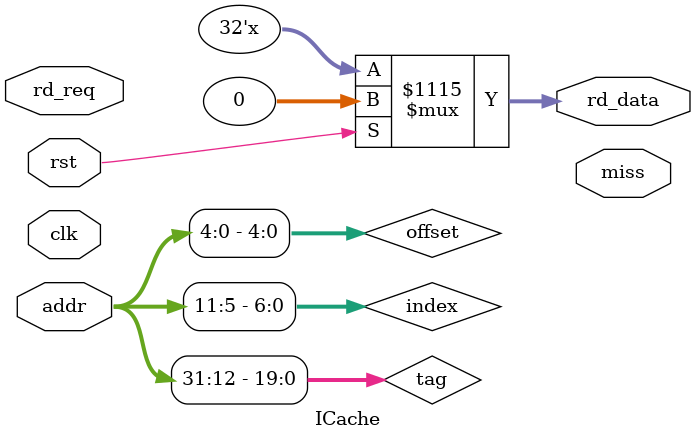
<source format=sv>
`timescale 1ns / 1ps


module ICache #(
    parameter  OFFSET_LEN    = 5,
    parameter  INDEX_LEN = 7,
    parameter  TAG_LEN  = 20,
    parameter  WAY_CNT  = 2
)(
    input  clk, rst,
    output miss,               // 对CPU发出的miss信号
    input  [31:0] addr,        // 读写请求地址
    input  rd_req,             // 读请求信号
    output reg [31:0] rd_data // 读出的数据，一次读一个word
);
wire [31:0] ins [OFFSET_LEN-2];

wire [TAG_LEN-1   : 0] tag;
assign tag=addr[31:12];
wire [INDEX_LEN-1 : 0] index;
assign index=addr[11:5];
wire [TAG_LEN-1   : 0] cache_tag[WAY_CNT];
wire [WAY_CNT-1:0] valid;
wire [31:0] cache_mem [WAY_CNT][1<<(OFFSET_LEN-2)];
wire [4:0] offset;
assign offset=addr[4:0];
reg weW[WAY_CNT];
reg [7:0] weB[WAY_CNT];
TAG_V_RAM TAG_V_RAM_Way0(.a(index),.d({tag,1}),.clk(clk),.we(weW[0]),.spo({cache_tag[0],valid[0]}));
TAG_V_RAM TAG_V_RAM_Way1(.a(index),.d({tag,1}),.clk(clk),.we(weW[1]),.spo({cache_tag[1],valid[1]}));
data_bank Way0_bank0    (.a(index),.d(ins[0]),.clk(clk),.we(weB[0][0]),.spo(cache_mem[0][0]));
data_bank Way0_bank1    (.a(index),.d(ins[1]),.clk(clk),.we(weB[0][1]),.spo(cache_mem[0][1]));
data_bank Way0_bank2    (.a(index),.d(ins[2]),.clk(clk),.we(weB[0][2]),.spo(cache_mem[0][2]));
data_bank Way0_bank3    (.a(index),.d(ins[3]),.clk(clk),.we(weB[0][3]),.spo(cache_mem[0][3]));
data_bank Way0_bank4    (.a(index),.d(ins[4]),.clk(clk),.we(weB[0][4]),.spo(cache_mem[0][4]));
data_bank Way0_bank5    (.a(index),.d(ins[5]),.clk(clk),.we(weB[0][5]),.spo(cache_mem[0][5]));
data_bank Way0_bank6    (.a(index),.d(ins[6]),.clk(clk),.we(weB[0][6]),.spo(cache_mem[0][6]));
data_bank Way0_bank7    (.a(index),.d(ins[7]),.clk(clk),.we(weB[0][7]),.spo(cache_mem[0][7]));
data_bank Way1_bank0    (.a(index),.d(ins[0]),.clk(clk),.we(weB[1][0]),.spo(cache_mem[1][0]));
data_bank Way1_bank1    (.a(index),.d(ins[1]),.clk(clk),.we(weB[1][1]),.spo(cache_mem[1][1]));
data_bank Way1_bank2    (.a(index),.d(ins[2]),.clk(clk),.we(weB[1][2]),.spo(cache_mem[1][2]));
data_bank Way1_bank3    (.a(index),.d(ins[3]),.clk(clk),.we(weB[1][3]),.spo(cache_mem[1][3]));
data_bank Way1_bank4    (.a(index),.d(ins[4]),.clk(clk),.we(weB[1][4]),.spo(cache_mem[1][4]));
data_bank Way1_bank5    (.a(index),.d(ins[5]),.clk(clk),.we(weB[1][5]),.spo(cache_mem[1][5]));
data_bank Way1_bank6    (.a(index),.d(ins[6]),.clk(clk),.we(weB[1][6]),.spo(cache_mem[1][6]));
data_bank Way1_bank7    (.a(index),.d(ins[7]),.clk(clk),.we(weB[1][7]),.spo(cache_mem[1][7]));
reg LRU [WAY_CNT][INDEX_LEN-1:0];

reg [WAY_CNT-1:0] set_search;
wire cache_hit;
assign cache_hit=(|set_search);
enum {IDLE,SWAP_IN,SWAP_IN_FINISHED} cache_state;

always@(*)
begin
    if (rst) begin
        rd_data<=0;
    end
    
    for (integer i=0;i<WAY_CNT;i++) begin
        if (valid[i] && cache_tag[i]==tag) begin
            set_search[i]<=1'b1;
        end
        else
            set_search[i]<=1'b0;
    end
    
    case (set_search)
        2'b00: rd_data<=31'b0;
        2'b01: rd_data<=cache_mem[0][offset[OFFSET_LEN-2:0]];
        2'b10: rd_data<=cache_mem[1][offset[OFFSET_LEN-2:0]];
        2'b11: rd_data<=cache_mem[1][offset[OFFSET_LEN-2:0]];
    endcase
end

wire [31:0] axi_mem_addr;
wire mem_read_req=(cache_state==SWAP_IN);
wire [31:0] mem_addr = mem_read_req ? {addr[31:5],5'b0} : 32'b0;
wire axi_mem_gnt;

always@(posedge clk or posedge rst)
begin
    if (rst) begin
        cache_state <= IDLE;  
    end
    else begin
        case (cache_state)
            IDLE: begin
                if (cache_hit) begin
                    for (integer i=0;i<WAY_CNT;i++) begin
                        weW[i]<=0;
                        weB[i]<=8'b0;
                    end
                
                    for (integer i=0;i<WAY_CNT;i++) begin
                        if (set_search[i])
                            LRU[i][index]<=0;
                        else
                            LRU[i][index]<=1;
                    end
                end
                else begin
                    cache_state <= SWAP_IN;
                end
            end
            SWAP_IN:begin
                if (axi_mem_gnt) begin
                    cache_state <= SWAP_IN_FINISHED;
                end
            end
            SWAP_IN_FINISHED:begin
                case (valid)
                    2'b00:begin
                        weW[0]<=1;
                        weB[0]<=8'b1;
                    end
                    2'b01:begin
                        weW[1]<=1;
                        weB[1]<=8'b1;
                    end
                    2'b10:begin
                        weW[0]<=1;
                        weB[0]<=8'b1;
                    end
                    2'b11:begin
                        if (LRU[0][index]==1) begin
                            weW[0]<=1;
                            weB[0]<=8'b1;
                        end
                        else begin
                            weW[1]<=1;
                            weB[1]<=8'b1;
                        end
                    end
                endcase
            end
        endcase
    end
end
/*
和AXI总线通信
*/
endmodule

</source>
